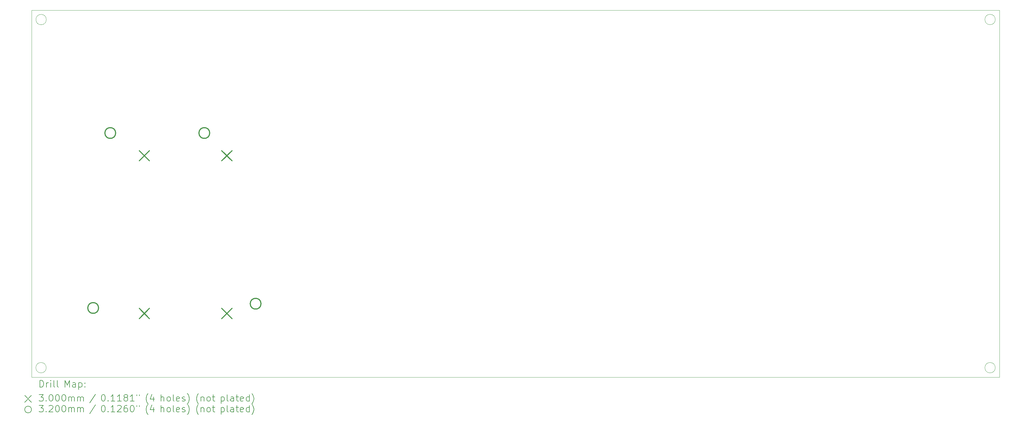
<source format=gbr>
%TF.GenerationSoftware,KiCad,Pcbnew,(7.0.0)*%
%TF.CreationDate,2023-03-13T22:43:29-04:00*%
%TF.ProjectId,luminator,6c756d69-6e61-4746-9f72-2e6b69636164,rev?*%
%TF.SameCoordinates,Original*%
%TF.FileFunction,Drillmap*%
%TF.FilePolarity,Positive*%
%FSLAX45Y45*%
G04 Gerber Fmt 4.5, Leading zero omitted, Abs format (unit mm)*
G04 Created by KiCad (PCBNEW (7.0.0)) date 2023-03-13 22:43:29*
%MOMM*%
%LPD*%
G01*
G04 APERTURE LIST*
%ADD10C,0.100000*%
%ADD11C,0.200000*%
%ADD12C,0.300000*%
%ADD13C,0.320000*%
G04 APERTURE END LIST*
D10*
X32209302Y-2159000D02*
G75*
G03*
X32209302Y-2159000I-154502J0D01*
G01*
X32209302Y-12522200D02*
G75*
G03*
X32209302Y-12522200I-154502J0D01*
G01*
X4017404Y-2161102D02*
G75*
G03*
X4017404Y-2161102I-154502J0D01*
G01*
X3581400Y-1879600D02*
X32334200Y-1879600D01*
X32334200Y-1879600D02*
X32334200Y-12801600D01*
X32334200Y-12801600D02*
X3581400Y-12801600D01*
X3581400Y-12801600D02*
X3581400Y-1879600D01*
X4015302Y-12522200D02*
G75*
G03*
X4015302Y-12522200I-154502J0D01*
G01*
D11*
D12*
X6780400Y-6062300D02*
X7080400Y-6362300D01*
X7080400Y-6062300D02*
X6780400Y-6362300D01*
X6780400Y-10757300D02*
X7080400Y-11057300D01*
X7080400Y-10757300D02*
X6780400Y-11057300D01*
X9231400Y-6062300D02*
X9531400Y-6362300D01*
X9531400Y-6062300D02*
X9231400Y-6362300D01*
X9231400Y-10757300D02*
X9531400Y-11057300D01*
X9531400Y-10757300D02*
X9231400Y-11057300D01*
D13*
X5570200Y-10744200D02*
G75*
G03*
X5570200Y-10744200I-160000J0D01*
G01*
X6078200Y-5537200D02*
G75*
G03*
X6078200Y-5537200I-160000J0D01*
G01*
X8872200Y-5537200D02*
G75*
G03*
X8872200Y-5537200I-160000J0D01*
G01*
X10396200Y-10617200D02*
G75*
G03*
X10396200Y-10617200I-160000J0D01*
G01*
D11*
X3824019Y-13100076D02*
X3824019Y-12900076D01*
X3824019Y-12900076D02*
X3871638Y-12900076D01*
X3871638Y-12900076D02*
X3900209Y-12909600D01*
X3900209Y-12909600D02*
X3919257Y-12928648D01*
X3919257Y-12928648D02*
X3928781Y-12947695D01*
X3928781Y-12947695D02*
X3938305Y-12985790D01*
X3938305Y-12985790D02*
X3938305Y-13014362D01*
X3938305Y-13014362D02*
X3928781Y-13052457D01*
X3928781Y-13052457D02*
X3919257Y-13071505D01*
X3919257Y-13071505D02*
X3900209Y-13090552D01*
X3900209Y-13090552D02*
X3871638Y-13100076D01*
X3871638Y-13100076D02*
X3824019Y-13100076D01*
X4024019Y-13100076D02*
X4024019Y-12966743D01*
X4024019Y-13004838D02*
X4033543Y-12985790D01*
X4033543Y-12985790D02*
X4043067Y-12976267D01*
X4043067Y-12976267D02*
X4062114Y-12966743D01*
X4062114Y-12966743D02*
X4081162Y-12966743D01*
X4147828Y-13100076D02*
X4147828Y-12966743D01*
X4147828Y-12900076D02*
X4138305Y-12909600D01*
X4138305Y-12909600D02*
X4147828Y-12919124D01*
X4147828Y-12919124D02*
X4157352Y-12909600D01*
X4157352Y-12909600D02*
X4147828Y-12900076D01*
X4147828Y-12900076D02*
X4147828Y-12919124D01*
X4271638Y-13100076D02*
X4252590Y-13090552D01*
X4252590Y-13090552D02*
X4243067Y-13071505D01*
X4243067Y-13071505D02*
X4243067Y-12900076D01*
X4376400Y-13100076D02*
X4357352Y-13090552D01*
X4357352Y-13090552D02*
X4347829Y-13071505D01*
X4347829Y-13071505D02*
X4347829Y-12900076D01*
X4572590Y-13100076D02*
X4572590Y-12900076D01*
X4572590Y-12900076D02*
X4639257Y-13042933D01*
X4639257Y-13042933D02*
X4705924Y-12900076D01*
X4705924Y-12900076D02*
X4705924Y-13100076D01*
X4886876Y-13100076D02*
X4886876Y-12995314D01*
X4886876Y-12995314D02*
X4877352Y-12976267D01*
X4877352Y-12976267D02*
X4858305Y-12966743D01*
X4858305Y-12966743D02*
X4820209Y-12966743D01*
X4820209Y-12966743D02*
X4801162Y-12976267D01*
X4886876Y-13090552D02*
X4867829Y-13100076D01*
X4867829Y-13100076D02*
X4820209Y-13100076D01*
X4820209Y-13100076D02*
X4801162Y-13090552D01*
X4801162Y-13090552D02*
X4791638Y-13071505D01*
X4791638Y-13071505D02*
X4791638Y-13052457D01*
X4791638Y-13052457D02*
X4801162Y-13033409D01*
X4801162Y-13033409D02*
X4820209Y-13023886D01*
X4820209Y-13023886D02*
X4867829Y-13023886D01*
X4867829Y-13023886D02*
X4886876Y-13014362D01*
X4982114Y-12966743D02*
X4982114Y-13166743D01*
X4982114Y-12976267D02*
X5001162Y-12966743D01*
X5001162Y-12966743D02*
X5039257Y-12966743D01*
X5039257Y-12966743D02*
X5058305Y-12976267D01*
X5058305Y-12976267D02*
X5067829Y-12985790D01*
X5067829Y-12985790D02*
X5077352Y-13004838D01*
X5077352Y-13004838D02*
X5077352Y-13061981D01*
X5077352Y-13061981D02*
X5067829Y-13081028D01*
X5067829Y-13081028D02*
X5058305Y-13090552D01*
X5058305Y-13090552D02*
X5039257Y-13100076D01*
X5039257Y-13100076D02*
X5001162Y-13100076D01*
X5001162Y-13100076D02*
X4982114Y-13090552D01*
X5163067Y-13081028D02*
X5172590Y-13090552D01*
X5172590Y-13090552D02*
X5163067Y-13100076D01*
X5163067Y-13100076D02*
X5153543Y-13090552D01*
X5153543Y-13090552D02*
X5163067Y-13081028D01*
X5163067Y-13081028D02*
X5163067Y-13100076D01*
X5163067Y-12976267D02*
X5172590Y-12985790D01*
X5172590Y-12985790D02*
X5163067Y-12995314D01*
X5163067Y-12995314D02*
X5153543Y-12985790D01*
X5153543Y-12985790D02*
X5163067Y-12976267D01*
X5163067Y-12976267D02*
X5163067Y-12995314D01*
X3376400Y-13346600D02*
X3576400Y-13546600D01*
X3576400Y-13346600D02*
X3376400Y-13546600D01*
X3804971Y-13320076D02*
X3928781Y-13320076D01*
X3928781Y-13320076D02*
X3862114Y-13396267D01*
X3862114Y-13396267D02*
X3890686Y-13396267D01*
X3890686Y-13396267D02*
X3909733Y-13405790D01*
X3909733Y-13405790D02*
X3919257Y-13415314D01*
X3919257Y-13415314D02*
X3928781Y-13434362D01*
X3928781Y-13434362D02*
X3928781Y-13481981D01*
X3928781Y-13481981D02*
X3919257Y-13501028D01*
X3919257Y-13501028D02*
X3909733Y-13510552D01*
X3909733Y-13510552D02*
X3890686Y-13520076D01*
X3890686Y-13520076D02*
X3833543Y-13520076D01*
X3833543Y-13520076D02*
X3814495Y-13510552D01*
X3814495Y-13510552D02*
X3804971Y-13501028D01*
X4014495Y-13501028D02*
X4024019Y-13510552D01*
X4024019Y-13510552D02*
X4014495Y-13520076D01*
X4014495Y-13520076D02*
X4004971Y-13510552D01*
X4004971Y-13510552D02*
X4014495Y-13501028D01*
X4014495Y-13501028D02*
X4014495Y-13520076D01*
X4147828Y-13320076D02*
X4166876Y-13320076D01*
X4166876Y-13320076D02*
X4185924Y-13329600D01*
X4185924Y-13329600D02*
X4195448Y-13339124D01*
X4195448Y-13339124D02*
X4204971Y-13358171D01*
X4204971Y-13358171D02*
X4214495Y-13396267D01*
X4214495Y-13396267D02*
X4214495Y-13443886D01*
X4214495Y-13443886D02*
X4204971Y-13481981D01*
X4204971Y-13481981D02*
X4195448Y-13501028D01*
X4195448Y-13501028D02*
X4185924Y-13510552D01*
X4185924Y-13510552D02*
X4166876Y-13520076D01*
X4166876Y-13520076D02*
X4147828Y-13520076D01*
X4147828Y-13520076D02*
X4128781Y-13510552D01*
X4128781Y-13510552D02*
X4119257Y-13501028D01*
X4119257Y-13501028D02*
X4109733Y-13481981D01*
X4109733Y-13481981D02*
X4100209Y-13443886D01*
X4100209Y-13443886D02*
X4100209Y-13396267D01*
X4100209Y-13396267D02*
X4109733Y-13358171D01*
X4109733Y-13358171D02*
X4119257Y-13339124D01*
X4119257Y-13339124D02*
X4128781Y-13329600D01*
X4128781Y-13329600D02*
X4147828Y-13320076D01*
X4338305Y-13320076D02*
X4357352Y-13320076D01*
X4357352Y-13320076D02*
X4376400Y-13329600D01*
X4376400Y-13329600D02*
X4385924Y-13339124D01*
X4385924Y-13339124D02*
X4395448Y-13358171D01*
X4395448Y-13358171D02*
X4404971Y-13396267D01*
X4404971Y-13396267D02*
X4404971Y-13443886D01*
X4404971Y-13443886D02*
X4395448Y-13481981D01*
X4395448Y-13481981D02*
X4385924Y-13501028D01*
X4385924Y-13501028D02*
X4376400Y-13510552D01*
X4376400Y-13510552D02*
X4357352Y-13520076D01*
X4357352Y-13520076D02*
X4338305Y-13520076D01*
X4338305Y-13520076D02*
X4319257Y-13510552D01*
X4319257Y-13510552D02*
X4309733Y-13501028D01*
X4309733Y-13501028D02*
X4300210Y-13481981D01*
X4300210Y-13481981D02*
X4290686Y-13443886D01*
X4290686Y-13443886D02*
X4290686Y-13396267D01*
X4290686Y-13396267D02*
X4300210Y-13358171D01*
X4300210Y-13358171D02*
X4309733Y-13339124D01*
X4309733Y-13339124D02*
X4319257Y-13329600D01*
X4319257Y-13329600D02*
X4338305Y-13320076D01*
X4528781Y-13320076D02*
X4547829Y-13320076D01*
X4547829Y-13320076D02*
X4566876Y-13329600D01*
X4566876Y-13329600D02*
X4576400Y-13339124D01*
X4576400Y-13339124D02*
X4585924Y-13358171D01*
X4585924Y-13358171D02*
X4595448Y-13396267D01*
X4595448Y-13396267D02*
X4595448Y-13443886D01*
X4595448Y-13443886D02*
X4585924Y-13481981D01*
X4585924Y-13481981D02*
X4576400Y-13501028D01*
X4576400Y-13501028D02*
X4566876Y-13510552D01*
X4566876Y-13510552D02*
X4547829Y-13520076D01*
X4547829Y-13520076D02*
X4528781Y-13520076D01*
X4528781Y-13520076D02*
X4509733Y-13510552D01*
X4509733Y-13510552D02*
X4500210Y-13501028D01*
X4500210Y-13501028D02*
X4490686Y-13481981D01*
X4490686Y-13481981D02*
X4481162Y-13443886D01*
X4481162Y-13443886D02*
X4481162Y-13396267D01*
X4481162Y-13396267D02*
X4490686Y-13358171D01*
X4490686Y-13358171D02*
X4500210Y-13339124D01*
X4500210Y-13339124D02*
X4509733Y-13329600D01*
X4509733Y-13329600D02*
X4528781Y-13320076D01*
X4681162Y-13520076D02*
X4681162Y-13386743D01*
X4681162Y-13405790D02*
X4690686Y-13396267D01*
X4690686Y-13396267D02*
X4709733Y-13386743D01*
X4709733Y-13386743D02*
X4738305Y-13386743D01*
X4738305Y-13386743D02*
X4757352Y-13396267D01*
X4757352Y-13396267D02*
X4766876Y-13415314D01*
X4766876Y-13415314D02*
X4766876Y-13520076D01*
X4766876Y-13415314D02*
X4776400Y-13396267D01*
X4776400Y-13396267D02*
X4795448Y-13386743D01*
X4795448Y-13386743D02*
X4824019Y-13386743D01*
X4824019Y-13386743D02*
X4843067Y-13396267D01*
X4843067Y-13396267D02*
X4852591Y-13415314D01*
X4852591Y-13415314D02*
X4852591Y-13520076D01*
X4947829Y-13520076D02*
X4947829Y-13386743D01*
X4947829Y-13405790D02*
X4957352Y-13396267D01*
X4957352Y-13396267D02*
X4976400Y-13386743D01*
X4976400Y-13386743D02*
X5004972Y-13386743D01*
X5004972Y-13386743D02*
X5024019Y-13396267D01*
X5024019Y-13396267D02*
X5033543Y-13415314D01*
X5033543Y-13415314D02*
X5033543Y-13520076D01*
X5033543Y-13415314D02*
X5043067Y-13396267D01*
X5043067Y-13396267D02*
X5062114Y-13386743D01*
X5062114Y-13386743D02*
X5090686Y-13386743D01*
X5090686Y-13386743D02*
X5109733Y-13396267D01*
X5109733Y-13396267D02*
X5119257Y-13415314D01*
X5119257Y-13415314D02*
X5119257Y-13520076D01*
X5477352Y-13310552D02*
X5305924Y-13567695D01*
X5702114Y-13320076D02*
X5721162Y-13320076D01*
X5721162Y-13320076D02*
X5740210Y-13329600D01*
X5740210Y-13329600D02*
X5749733Y-13339124D01*
X5749733Y-13339124D02*
X5759257Y-13358171D01*
X5759257Y-13358171D02*
X5768781Y-13396267D01*
X5768781Y-13396267D02*
X5768781Y-13443886D01*
X5768781Y-13443886D02*
X5759257Y-13481981D01*
X5759257Y-13481981D02*
X5749733Y-13501028D01*
X5749733Y-13501028D02*
X5740210Y-13510552D01*
X5740210Y-13510552D02*
X5721162Y-13520076D01*
X5721162Y-13520076D02*
X5702114Y-13520076D01*
X5702114Y-13520076D02*
X5683067Y-13510552D01*
X5683067Y-13510552D02*
X5673543Y-13501028D01*
X5673543Y-13501028D02*
X5664019Y-13481981D01*
X5664019Y-13481981D02*
X5654495Y-13443886D01*
X5654495Y-13443886D02*
X5654495Y-13396267D01*
X5654495Y-13396267D02*
X5664019Y-13358171D01*
X5664019Y-13358171D02*
X5673543Y-13339124D01*
X5673543Y-13339124D02*
X5683067Y-13329600D01*
X5683067Y-13329600D02*
X5702114Y-13320076D01*
X5854495Y-13501028D02*
X5864019Y-13510552D01*
X5864019Y-13510552D02*
X5854495Y-13520076D01*
X5854495Y-13520076D02*
X5844971Y-13510552D01*
X5844971Y-13510552D02*
X5854495Y-13501028D01*
X5854495Y-13501028D02*
X5854495Y-13520076D01*
X6054495Y-13520076D02*
X5940210Y-13520076D01*
X5997352Y-13520076D02*
X5997352Y-13320076D01*
X5997352Y-13320076D02*
X5978305Y-13348648D01*
X5978305Y-13348648D02*
X5959257Y-13367695D01*
X5959257Y-13367695D02*
X5940210Y-13377219D01*
X6244971Y-13520076D02*
X6130686Y-13520076D01*
X6187829Y-13520076D02*
X6187829Y-13320076D01*
X6187829Y-13320076D02*
X6168781Y-13348648D01*
X6168781Y-13348648D02*
X6149733Y-13367695D01*
X6149733Y-13367695D02*
X6130686Y-13377219D01*
X6359257Y-13405790D02*
X6340210Y-13396267D01*
X6340210Y-13396267D02*
X6330686Y-13386743D01*
X6330686Y-13386743D02*
X6321162Y-13367695D01*
X6321162Y-13367695D02*
X6321162Y-13358171D01*
X6321162Y-13358171D02*
X6330686Y-13339124D01*
X6330686Y-13339124D02*
X6340210Y-13329600D01*
X6340210Y-13329600D02*
X6359257Y-13320076D01*
X6359257Y-13320076D02*
X6397352Y-13320076D01*
X6397352Y-13320076D02*
X6416400Y-13329600D01*
X6416400Y-13329600D02*
X6425924Y-13339124D01*
X6425924Y-13339124D02*
X6435448Y-13358171D01*
X6435448Y-13358171D02*
X6435448Y-13367695D01*
X6435448Y-13367695D02*
X6425924Y-13386743D01*
X6425924Y-13386743D02*
X6416400Y-13396267D01*
X6416400Y-13396267D02*
X6397352Y-13405790D01*
X6397352Y-13405790D02*
X6359257Y-13405790D01*
X6359257Y-13405790D02*
X6340210Y-13415314D01*
X6340210Y-13415314D02*
X6330686Y-13424838D01*
X6330686Y-13424838D02*
X6321162Y-13443886D01*
X6321162Y-13443886D02*
X6321162Y-13481981D01*
X6321162Y-13481981D02*
X6330686Y-13501028D01*
X6330686Y-13501028D02*
X6340210Y-13510552D01*
X6340210Y-13510552D02*
X6359257Y-13520076D01*
X6359257Y-13520076D02*
X6397352Y-13520076D01*
X6397352Y-13520076D02*
X6416400Y-13510552D01*
X6416400Y-13510552D02*
X6425924Y-13501028D01*
X6425924Y-13501028D02*
X6435448Y-13481981D01*
X6435448Y-13481981D02*
X6435448Y-13443886D01*
X6435448Y-13443886D02*
X6425924Y-13424838D01*
X6425924Y-13424838D02*
X6416400Y-13415314D01*
X6416400Y-13415314D02*
X6397352Y-13405790D01*
X6625924Y-13520076D02*
X6511638Y-13520076D01*
X6568781Y-13520076D02*
X6568781Y-13320076D01*
X6568781Y-13320076D02*
X6549733Y-13348648D01*
X6549733Y-13348648D02*
X6530686Y-13367695D01*
X6530686Y-13367695D02*
X6511638Y-13377219D01*
X6702114Y-13320076D02*
X6702114Y-13358171D01*
X6778305Y-13320076D02*
X6778305Y-13358171D01*
X7041162Y-13596267D02*
X7031638Y-13586743D01*
X7031638Y-13586743D02*
X7012591Y-13558171D01*
X7012591Y-13558171D02*
X7003067Y-13539124D01*
X7003067Y-13539124D02*
X6993543Y-13510552D01*
X6993543Y-13510552D02*
X6984019Y-13462933D01*
X6984019Y-13462933D02*
X6984019Y-13424838D01*
X6984019Y-13424838D02*
X6993543Y-13377219D01*
X6993543Y-13377219D02*
X7003067Y-13348648D01*
X7003067Y-13348648D02*
X7012591Y-13329600D01*
X7012591Y-13329600D02*
X7031638Y-13301028D01*
X7031638Y-13301028D02*
X7041162Y-13291505D01*
X7203067Y-13386743D02*
X7203067Y-13520076D01*
X7155448Y-13310552D02*
X7107829Y-13453409D01*
X7107829Y-13453409D02*
X7231638Y-13453409D01*
X7427829Y-13520076D02*
X7427829Y-13320076D01*
X7513543Y-13520076D02*
X7513543Y-13415314D01*
X7513543Y-13415314D02*
X7504019Y-13396267D01*
X7504019Y-13396267D02*
X7484972Y-13386743D01*
X7484972Y-13386743D02*
X7456400Y-13386743D01*
X7456400Y-13386743D02*
X7437352Y-13396267D01*
X7437352Y-13396267D02*
X7427829Y-13405790D01*
X7637352Y-13520076D02*
X7618305Y-13510552D01*
X7618305Y-13510552D02*
X7608781Y-13501028D01*
X7608781Y-13501028D02*
X7599257Y-13481981D01*
X7599257Y-13481981D02*
X7599257Y-13424838D01*
X7599257Y-13424838D02*
X7608781Y-13405790D01*
X7608781Y-13405790D02*
X7618305Y-13396267D01*
X7618305Y-13396267D02*
X7637352Y-13386743D01*
X7637352Y-13386743D02*
X7665924Y-13386743D01*
X7665924Y-13386743D02*
X7684972Y-13396267D01*
X7684972Y-13396267D02*
X7694495Y-13405790D01*
X7694495Y-13405790D02*
X7704019Y-13424838D01*
X7704019Y-13424838D02*
X7704019Y-13481981D01*
X7704019Y-13481981D02*
X7694495Y-13501028D01*
X7694495Y-13501028D02*
X7684972Y-13510552D01*
X7684972Y-13510552D02*
X7665924Y-13520076D01*
X7665924Y-13520076D02*
X7637352Y-13520076D01*
X7818305Y-13520076D02*
X7799257Y-13510552D01*
X7799257Y-13510552D02*
X7789733Y-13491505D01*
X7789733Y-13491505D02*
X7789733Y-13320076D01*
X7970686Y-13510552D02*
X7951638Y-13520076D01*
X7951638Y-13520076D02*
X7913543Y-13520076D01*
X7913543Y-13520076D02*
X7894495Y-13510552D01*
X7894495Y-13510552D02*
X7884972Y-13491505D01*
X7884972Y-13491505D02*
X7884972Y-13415314D01*
X7884972Y-13415314D02*
X7894495Y-13396267D01*
X7894495Y-13396267D02*
X7913543Y-13386743D01*
X7913543Y-13386743D02*
X7951638Y-13386743D01*
X7951638Y-13386743D02*
X7970686Y-13396267D01*
X7970686Y-13396267D02*
X7980210Y-13415314D01*
X7980210Y-13415314D02*
X7980210Y-13434362D01*
X7980210Y-13434362D02*
X7884972Y-13453409D01*
X8056400Y-13510552D02*
X8075448Y-13520076D01*
X8075448Y-13520076D02*
X8113543Y-13520076D01*
X8113543Y-13520076D02*
X8132591Y-13510552D01*
X8132591Y-13510552D02*
X8142114Y-13491505D01*
X8142114Y-13491505D02*
X8142114Y-13481981D01*
X8142114Y-13481981D02*
X8132591Y-13462933D01*
X8132591Y-13462933D02*
X8113543Y-13453409D01*
X8113543Y-13453409D02*
X8084972Y-13453409D01*
X8084972Y-13453409D02*
X8065924Y-13443886D01*
X8065924Y-13443886D02*
X8056400Y-13424838D01*
X8056400Y-13424838D02*
X8056400Y-13415314D01*
X8056400Y-13415314D02*
X8065924Y-13396267D01*
X8065924Y-13396267D02*
X8084972Y-13386743D01*
X8084972Y-13386743D02*
X8113543Y-13386743D01*
X8113543Y-13386743D02*
X8132591Y-13396267D01*
X8208781Y-13596267D02*
X8218305Y-13586743D01*
X8218305Y-13586743D02*
X8237353Y-13558171D01*
X8237353Y-13558171D02*
X8246876Y-13539124D01*
X8246876Y-13539124D02*
X8256400Y-13510552D01*
X8256400Y-13510552D02*
X8265924Y-13462933D01*
X8265924Y-13462933D02*
X8265924Y-13424838D01*
X8265924Y-13424838D02*
X8256400Y-13377219D01*
X8256400Y-13377219D02*
X8246876Y-13348648D01*
X8246876Y-13348648D02*
X8237353Y-13329600D01*
X8237353Y-13329600D02*
X8218305Y-13301028D01*
X8218305Y-13301028D02*
X8208781Y-13291505D01*
X8538305Y-13596267D02*
X8528781Y-13586743D01*
X8528781Y-13586743D02*
X8509734Y-13558171D01*
X8509734Y-13558171D02*
X8500210Y-13539124D01*
X8500210Y-13539124D02*
X8490686Y-13510552D01*
X8490686Y-13510552D02*
X8481162Y-13462933D01*
X8481162Y-13462933D02*
X8481162Y-13424838D01*
X8481162Y-13424838D02*
X8490686Y-13377219D01*
X8490686Y-13377219D02*
X8500210Y-13348648D01*
X8500210Y-13348648D02*
X8509734Y-13329600D01*
X8509734Y-13329600D02*
X8528781Y-13301028D01*
X8528781Y-13301028D02*
X8538305Y-13291505D01*
X8614495Y-13386743D02*
X8614495Y-13520076D01*
X8614495Y-13405790D02*
X8624019Y-13396267D01*
X8624019Y-13396267D02*
X8643067Y-13386743D01*
X8643067Y-13386743D02*
X8671638Y-13386743D01*
X8671638Y-13386743D02*
X8690686Y-13396267D01*
X8690686Y-13396267D02*
X8700210Y-13415314D01*
X8700210Y-13415314D02*
X8700210Y-13520076D01*
X8824019Y-13520076D02*
X8804972Y-13510552D01*
X8804972Y-13510552D02*
X8795448Y-13501028D01*
X8795448Y-13501028D02*
X8785924Y-13481981D01*
X8785924Y-13481981D02*
X8785924Y-13424838D01*
X8785924Y-13424838D02*
X8795448Y-13405790D01*
X8795448Y-13405790D02*
X8804972Y-13396267D01*
X8804972Y-13396267D02*
X8824019Y-13386743D01*
X8824019Y-13386743D02*
X8852591Y-13386743D01*
X8852591Y-13386743D02*
X8871638Y-13396267D01*
X8871638Y-13396267D02*
X8881162Y-13405790D01*
X8881162Y-13405790D02*
X8890686Y-13424838D01*
X8890686Y-13424838D02*
X8890686Y-13481981D01*
X8890686Y-13481981D02*
X8881162Y-13501028D01*
X8881162Y-13501028D02*
X8871638Y-13510552D01*
X8871638Y-13510552D02*
X8852591Y-13520076D01*
X8852591Y-13520076D02*
X8824019Y-13520076D01*
X8947829Y-13386743D02*
X9024019Y-13386743D01*
X8976400Y-13320076D02*
X8976400Y-13491505D01*
X8976400Y-13491505D02*
X8985924Y-13510552D01*
X8985924Y-13510552D02*
X9004972Y-13520076D01*
X9004972Y-13520076D02*
X9024019Y-13520076D01*
X9210686Y-13386743D02*
X9210686Y-13586743D01*
X9210686Y-13396267D02*
X9229734Y-13386743D01*
X9229734Y-13386743D02*
X9267829Y-13386743D01*
X9267829Y-13386743D02*
X9286876Y-13396267D01*
X9286876Y-13396267D02*
X9296400Y-13405790D01*
X9296400Y-13405790D02*
X9305924Y-13424838D01*
X9305924Y-13424838D02*
X9305924Y-13481981D01*
X9305924Y-13481981D02*
X9296400Y-13501028D01*
X9296400Y-13501028D02*
X9286876Y-13510552D01*
X9286876Y-13510552D02*
X9267829Y-13520076D01*
X9267829Y-13520076D02*
X9229734Y-13520076D01*
X9229734Y-13520076D02*
X9210686Y-13510552D01*
X9420210Y-13520076D02*
X9401162Y-13510552D01*
X9401162Y-13510552D02*
X9391638Y-13491505D01*
X9391638Y-13491505D02*
X9391638Y-13320076D01*
X9582115Y-13520076D02*
X9582115Y-13415314D01*
X9582115Y-13415314D02*
X9572591Y-13396267D01*
X9572591Y-13396267D02*
X9553543Y-13386743D01*
X9553543Y-13386743D02*
X9515448Y-13386743D01*
X9515448Y-13386743D02*
X9496400Y-13396267D01*
X9582115Y-13510552D02*
X9563067Y-13520076D01*
X9563067Y-13520076D02*
X9515448Y-13520076D01*
X9515448Y-13520076D02*
X9496400Y-13510552D01*
X9496400Y-13510552D02*
X9486876Y-13491505D01*
X9486876Y-13491505D02*
X9486876Y-13472457D01*
X9486876Y-13472457D02*
X9496400Y-13453409D01*
X9496400Y-13453409D02*
X9515448Y-13443886D01*
X9515448Y-13443886D02*
X9563067Y-13443886D01*
X9563067Y-13443886D02*
X9582115Y-13434362D01*
X9648781Y-13386743D02*
X9724972Y-13386743D01*
X9677353Y-13320076D02*
X9677353Y-13491505D01*
X9677353Y-13491505D02*
X9686876Y-13510552D01*
X9686876Y-13510552D02*
X9705924Y-13520076D01*
X9705924Y-13520076D02*
X9724972Y-13520076D01*
X9867829Y-13510552D02*
X9848781Y-13520076D01*
X9848781Y-13520076D02*
X9810686Y-13520076D01*
X9810686Y-13520076D02*
X9791638Y-13510552D01*
X9791638Y-13510552D02*
X9782115Y-13491505D01*
X9782115Y-13491505D02*
X9782115Y-13415314D01*
X9782115Y-13415314D02*
X9791638Y-13396267D01*
X9791638Y-13396267D02*
X9810686Y-13386743D01*
X9810686Y-13386743D02*
X9848781Y-13386743D01*
X9848781Y-13386743D02*
X9867829Y-13396267D01*
X9867829Y-13396267D02*
X9877353Y-13415314D01*
X9877353Y-13415314D02*
X9877353Y-13434362D01*
X9877353Y-13434362D02*
X9782115Y-13453409D01*
X10048781Y-13520076D02*
X10048781Y-13320076D01*
X10048781Y-13510552D02*
X10029734Y-13520076D01*
X10029734Y-13520076D02*
X9991638Y-13520076D01*
X9991638Y-13520076D02*
X9972591Y-13510552D01*
X9972591Y-13510552D02*
X9963067Y-13501028D01*
X9963067Y-13501028D02*
X9953543Y-13481981D01*
X9953543Y-13481981D02*
X9953543Y-13424838D01*
X9953543Y-13424838D02*
X9963067Y-13405790D01*
X9963067Y-13405790D02*
X9972591Y-13396267D01*
X9972591Y-13396267D02*
X9991638Y-13386743D01*
X9991638Y-13386743D02*
X10029734Y-13386743D01*
X10029734Y-13386743D02*
X10048781Y-13396267D01*
X10124972Y-13596267D02*
X10134496Y-13586743D01*
X10134496Y-13586743D02*
X10153543Y-13558171D01*
X10153543Y-13558171D02*
X10163067Y-13539124D01*
X10163067Y-13539124D02*
X10172591Y-13510552D01*
X10172591Y-13510552D02*
X10182115Y-13462933D01*
X10182115Y-13462933D02*
X10182115Y-13424838D01*
X10182115Y-13424838D02*
X10172591Y-13377219D01*
X10172591Y-13377219D02*
X10163067Y-13348648D01*
X10163067Y-13348648D02*
X10153543Y-13329600D01*
X10153543Y-13329600D02*
X10134496Y-13301028D01*
X10134496Y-13301028D02*
X10124972Y-13291505D01*
X3576400Y-13766600D02*
G75*
G03*
X3576400Y-13766600I-100000J0D01*
G01*
X3804971Y-13640076D02*
X3928781Y-13640076D01*
X3928781Y-13640076D02*
X3862114Y-13716267D01*
X3862114Y-13716267D02*
X3890686Y-13716267D01*
X3890686Y-13716267D02*
X3909733Y-13725790D01*
X3909733Y-13725790D02*
X3919257Y-13735314D01*
X3919257Y-13735314D02*
X3928781Y-13754362D01*
X3928781Y-13754362D02*
X3928781Y-13801981D01*
X3928781Y-13801981D02*
X3919257Y-13821028D01*
X3919257Y-13821028D02*
X3909733Y-13830552D01*
X3909733Y-13830552D02*
X3890686Y-13840076D01*
X3890686Y-13840076D02*
X3833543Y-13840076D01*
X3833543Y-13840076D02*
X3814495Y-13830552D01*
X3814495Y-13830552D02*
X3804971Y-13821028D01*
X4014495Y-13821028D02*
X4024019Y-13830552D01*
X4024019Y-13830552D02*
X4014495Y-13840076D01*
X4014495Y-13840076D02*
X4004971Y-13830552D01*
X4004971Y-13830552D02*
X4014495Y-13821028D01*
X4014495Y-13821028D02*
X4014495Y-13840076D01*
X4100209Y-13659124D02*
X4109733Y-13649600D01*
X4109733Y-13649600D02*
X4128781Y-13640076D01*
X4128781Y-13640076D02*
X4176400Y-13640076D01*
X4176400Y-13640076D02*
X4195448Y-13649600D01*
X4195448Y-13649600D02*
X4204971Y-13659124D01*
X4204971Y-13659124D02*
X4214495Y-13678171D01*
X4214495Y-13678171D02*
X4214495Y-13697219D01*
X4214495Y-13697219D02*
X4204971Y-13725790D01*
X4204971Y-13725790D02*
X4090686Y-13840076D01*
X4090686Y-13840076D02*
X4214495Y-13840076D01*
X4338305Y-13640076D02*
X4357352Y-13640076D01*
X4357352Y-13640076D02*
X4376400Y-13649600D01*
X4376400Y-13649600D02*
X4385924Y-13659124D01*
X4385924Y-13659124D02*
X4395448Y-13678171D01*
X4395448Y-13678171D02*
X4404971Y-13716267D01*
X4404971Y-13716267D02*
X4404971Y-13763886D01*
X4404971Y-13763886D02*
X4395448Y-13801981D01*
X4395448Y-13801981D02*
X4385924Y-13821028D01*
X4385924Y-13821028D02*
X4376400Y-13830552D01*
X4376400Y-13830552D02*
X4357352Y-13840076D01*
X4357352Y-13840076D02*
X4338305Y-13840076D01*
X4338305Y-13840076D02*
X4319257Y-13830552D01*
X4319257Y-13830552D02*
X4309733Y-13821028D01*
X4309733Y-13821028D02*
X4300210Y-13801981D01*
X4300210Y-13801981D02*
X4290686Y-13763886D01*
X4290686Y-13763886D02*
X4290686Y-13716267D01*
X4290686Y-13716267D02*
X4300210Y-13678171D01*
X4300210Y-13678171D02*
X4309733Y-13659124D01*
X4309733Y-13659124D02*
X4319257Y-13649600D01*
X4319257Y-13649600D02*
X4338305Y-13640076D01*
X4528781Y-13640076D02*
X4547829Y-13640076D01*
X4547829Y-13640076D02*
X4566876Y-13649600D01*
X4566876Y-13649600D02*
X4576400Y-13659124D01*
X4576400Y-13659124D02*
X4585924Y-13678171D01*
X4585924Y-13678171D02*
X4595448Y-13716267D01*
X4595448Y-13716267D02*
X4595448Y-13763886D01*
X4595448Y-13763886D02*
X4585924Y-13801981D01*
X4585924Y-13801981D02*
X4576400Y-13821028D01*
X4576400Y-13821028D02*
X4566876Y-13830552D01*
X4566876Y-13830552D02*
X4547829Y-13840076D01*
X4547829Y-13840076D02*
X4528781Y-13840076D01*
X4528781Y-13840076D02*
X4509733Y-13830552D01*
X4509733Y-13830552D02*
X4500210Y-13821028D01*
X4500210Y-13821028D02*
X4490686Y-13801981D01*
X4490686Y-13801981D02*
X4481162Y-13763886D01*
X4481162Y-13763886D02*
X4481162Y-13716267D01*
X4481162Y-13716267D02*
X4490686Y-13678171D01*
X4490686Y-13678171D02*
X4500210Y-13659124D01*
X4500210Y-13659124D02*
X4509733Y-13649600D01*
X4509733Y-13649600D02*
X4528781Y-13640076D01*
X4681162Y-13840076D02*
X4681162Y-13706743D01*
X4681162Y-13725790D02*
X4690686Y-13716267D01*
X4690686Y-13716267D02*
X4709733Y-13706743D01*
X4709733Y-13706743D02*
X4738305Y-13706743D01*
X4738305Y-13706743D02*
X4757352Y-13716267D01*
X4757352Y-13716267D02*
X4766876Y-13735314D01*
X4766876Y-13735314D02*
X4766876Y-13840076D01*
X4766876Y-13735314D02*
X4776400Y-13716267D01*
X4776400Y-13716267D02*
X4795448Y-13706743D01*
X4795448Y-13706743D02*
X4824019Y-13706743D01*
X4824019Y-13706743D02*
X4843067Y-13716267D01*
X4843067Y-13716267D02*
X4852591Y-13735314D01*
X4852591Y-13735314D02*
X4852591Y-13840076D01*
X4947829Y-13840076D02*
X4947829Y-13706743D01*
X4947829Y-13725790D02*
X4957352Y-13716267D01*
X4957352Y-13716267D02*
X4976400Y-13706743D01*
X4976400Y-13706743D02*
X5004972Y-13706743D01*
X5004972Y-13706743D02*
X5024019Y-13716267D01*
X5024019Y-13716267D02*
X5033543Y-13735314D01*
X5033543Y-13735314D02*
X5033543Y-13840076D01*
X5033543Y-13735314D02*
X5043067Y-13716267D01*
X5043067Y-13716267D02*
X5062114Y-13706743D01*
X5062114Y-13706743D02*
X5090686Y-13706743D01*
X5090686Y-13706743D02*
X5109733Y-13716267D01*
X5109733Y-13716267D02*
X5119257Y-13735314D01*
X5119257Y-13735314D02*
X5119257Y-13840076D01*
X5477352Y-13630552D02*
X5305924Y-13887695D01*
X5702114Y-13640076D02*
X5721162Y-13640076D01*
X5721162Y-13640076D02*
X5740210Y-13649600D01*
X5740210Y-13649600D02*
X5749733Y-13659124D01*
X5749733Y-13659124D02*
X5759257Y-13678171D01*
X5759257Y-13678171D02*
X5768781Y-13716267D01*
X5768781Y-13716267D02*
X5768781Y-13763886D01*
X5768781Y-13763886D02*
X5759257Y-13801981D01*
X5759257Y-13801981D02*
X5749733Y-13821028D01*
X5749733Y-13821028D02*
X5740210Y-13830552D01*
X5740210Y-13830552D02*
X5721162Y-13840076D01*
X5721162Y-13840076D02*
X5702114Y-13840076D01*
X5702114Y-13840076D02*
X5683067Y-13830552D01*
X5683067Y-13830552D02*
X5673543Y-13821028D01*
X5673543Y-13821028D02*
X5664019Y-13801981D01*
X5664019Y-13801981D02*
X5654495Y-13763886D01*
X5654495Y-13763886D02*
X5654495Y-13716267D01*
X5654495Y-13716267D02*
X5664019Y-13678171D01*
X5664019Y-13678171D02*
X5673543Y-13659124D01*
X5673543Y-13659124D02*
X5683067Y-13649600D01*
X5683067Y-13649600D02*
X5702114Y-13640076D01*
X5854495Y-13821028D02*
X5864019Y-13830552D01*
X5864019Y-13830552D02*
X5854495Y-13840076D01*
X5854495Y-13840076D02*
X5844971Y-13830552D01*
X5844971Y-13830552D02*
X5854495Y-13821028D01*
X5854495Y-13821028D02*
X5854495Y-13840076D01*
X6054495Y-13840076D02*
X5940210Y-13840076D01*
X5997352Y-13840076D02*
X5997352Y-13640076D01*
X5997352Y-13640076D02*
X5978305Y-13668648D01*
X5978305Y-13668648D02*
X5959257Y-13687695D01*
X5959257Y-13687695D02*
X5940210Y-13697219D01*
X6130686Y-13659124D02*
X6140210Y-13649600D01*
X6140210Y-13649600D02*
X6159257Y-13640076D01*
X6159257Y-13640076D02*
X6206876Y-13640076D01*
X6206876Y-13640076D02*
X6225924Y-13649600D01*
X6225924Y-13649600D02*
X6235448Y-13659124D01*
X6235448Y-13659124D02*
X6244971Y-13678171D01*
X6244971Y-13678171D02*
X6244971Y-13697219D01*
X6244971Y-13697219D02*
X6235448Y-13725790D01*
X6235448Y-13725790D02*
X6121162Y-13840076D01*
X6121162Y-13840076D02*
X6244971Y-13840076D01*
X6416400Y-13640076D02*
X6378305Y-13640076D01*
X6378305Y-13640076D02*
X6359257Y-13649600D01*
X6359257Y-13649600D02*
X6349733Y-13659124D01*
X6349733Y-13659124D02*
X6330686Y-13687695D01*
X6330686Y-13687695D02*
X6321162Y-13725790D01*
X6321162Y-13725790D02*
X6321162Y-13801981D01*
X6321162Y-13801981D02*
X6330686Y-13821028D01*
X6330686Y-13821028D02*
X6340210Y-13830552D01*
X6340210Y-13830552D02*
X6359257Y-13840076D01*
X6359257Y-13840076D02*
X6397352Y-13840076D01*
X6397352Y-13840076D02*
X6416400Y-13830552D01*
X6416400Y-13830552D02*
X6425924Y-13821028D01*
X6425924Y-13821028D02*
X6435448Y-13801981D01*
X6435448Y-13801981D02*
X6435448Y-13754362D01*
X6435448Y-13754362D02*
X6425924Y-13735314D01*
X6425924Y-13735314D02*
X6416400Y-13725790D01*
X6416400Y-13725790D02*
X6397352Y-13716267D01*
X6397352Y-13716267D02*
X6359257Y-13716267D01*
X6359257Y-13716267D02*
X6340210Y-13725790D01*
X6340210Y-13725790D02*
X6330686Y-13735314D01*
X6330686Y-13735314D02*
X6321162Y-13754362D01*
X6559257Y-13640076D02*
X6578305Y-13640076D01*
X6578305Y-13640076D02*
X6597352Y-13649600D01*
X6597352Y-13649600D02*
X6606876Y-13659124D01*
X6606876Y-13659124D02*
X6616400Y-13678171D01*
X6616400Y-13678171D02*
X6625924Y-13716267D01*
X6625924Y-13716267D02*
X6625924Y-13763886D01*
X6625924Y-13763886D02*
X6616400Y-13801981D01*
X6616400Y-13801981D02*
X6606876Y-13821028D01*
X6606876Y-13821028D02*
X6597352Y-13830552D01*
X6597352Y-13830552D02*
X6578305Y-13840076D01*
X6578305Y-13840076D02*
X6559257Y-13840076D01*
X6559257Y-13840076D02*
X6540210Y-13830552D01*
X6540210Y-13830552D02*
X6530686Y-13821028D01*
X6530686Y-13821028D02*
X6521162Y-13801981D01*
X6521162Y-13801981D02*
X6511638Y-13763886D01*
X6511638Y-13763886D02*
X6511638Y-13716267D01*
X6511638Y-13716267D02*
X6521162Y-13678171D01*
X6521162Y-13678171D02*
X6530686Y-13659124D01*
X6530686Y-13659124D02*
X6540210Y-13649600D01*
X6540210Y-13649600D02*
X6559257Y-13640076D01*
X6702114Y-13640076D02*
X6702114Y-13678171D01*
X6778305Y-13640076D02*
X6778305Y-13678171D01*
X7041162Y-13916267D02*
X7031638Y-13906743D01*
X7031638Y-13906743D02*
X7012591Y-13878171D01*
X7012591Y-13878171D02*
X7003067Y-13859124D01*
X7003067Y-13859124D02*
X6993543Y-13830552D01*
X6993543Y-13830552D02*
X6984019Y-13782933D01*
X6984019Y-13782933D02*
X6984019Y-13744838D01*
X6984019Y-13744838D02*
X6993543Y-13697219D01*
X6993543Y-13697219D02*
X7003067Y-13668648D01*
X7003067Y-13668648D02*
X7012591Y-13649600D01*
X7012591Y-13649600D02*
X7031638Y-13621028D01*
X7031638Y-13621028D02*
X7041162Y-13611505D01*
X7203067Y-13706743D02*
X7203067Y-13840076D01*
X7155448Y-13630552D02*
X7107829Y-13773409D01*
X7107829Y-13773409D02*
X7231638Y-13773409D01*
X7427829Y-13840076D02*
X7427829Y-13640076D01*
X7513543Y-13840076D02*
X7513543Y-13735314D01*
X7513543Y-13735314D02*
X7504019Y-13716267D01*
X7504019Y-13716267D02*
X7484972Y-13706743D01*
X7484972Y-13706743D02*
X7456400Y-13706743D01*
X7456400Y-13706743D02*
X7437352Y-13716267D01*
X7437352Y-13716267D02*
X7427829Y-13725790D01*
X7637352Y-13840076D02*
X7618305Y-13830552D01*
X7618305Y-13830552D02*
X7608781Y-13821028D01*
X7608781Y-13821028D02*
X7599257Y-13801981D01*
X7599257Y-13801981D02*
X7599257Y-13744838D01*
X7599257Y-13744838D02*
X7608781Y-13725790D01*
X7608781Y-13725790D02*
X7618305Y-13716267D01*
X7618305Y-13716267D02*
X7637352Y-13706743D01*
X7637352Y-13706743D02*
X7665924Y-13706743D01*
X7665924Y-13706743D02*
X7684972Y-13716267D01*
X7684972Y-13716267D02*
X7694495Y-13725790D01*
X7694495Y-13725790D02*
X7704019Y-13744838D01*
X7704019Y-13744838D02*
X7704019Y-13801981D01*
X7704019Y-13801981D02*
X7694495Y-13821028D01*
X7694495Y-13821028D02*
X7684972Y-13830552D01*
X7684972Y-13830552D02*
X7665924Y-13840076D01*
X7665924Y-13840076D02*
X7637352Y-13840076D01*
X7818305Y-13840076D02*
X7799257Y-13830552D01*
X7799257Y-13830552D02*
X7789733Y-13811505D01*
X7789733Y-13811505D02*
X7789733Y-13640076D01*
X7970686Y-13830552D02*
X7951638Y-13840076D01*
X7951638Y-13840076D02*
X7913543Y-13840076D01*
X7913543Y-13840076D02*
X7894495Y-13830552D01*
X7894495Y-13830552D02*
X7884972Y-13811505D01*
X7884972Y-13811505D02*
X7884972Y-13735314D01*
X7884972Y-13735314D02*
X7894495Y-13716267D01*
X7894495Y-13716267D02*
X7913543Y-13706743D01*
X7913543Y-13706743D02*
X7951638Y-13706743D01*
X7951638Y-13706743D02*
X7970686Y-13716267D01*
X7970686Y-13716267D02*
X7980210Y-13735314D01*
X7980210Y-13735314D02*
X7980210Y-13754362D01*
X7980210Y-13754362D02*
X7884972Y-13773409D01*
X8056400Y-13830552D02*
X8075448Y-13840076D01*
X8075448Y-13840076D02*
X8113543Y-13840076D01*
X8113543Y-13840076D02*
X8132591Y-13830552D01*
X8132591Y-13830552D02*
X8142114Y-13811505D01*
X8142114Y-13811505D02*
X8142114Y-13801981D01*
X8142114Y-13801981D02*
X8132591Y-13782933D01*
X8132591Y-13782933D02*
X8113543Y-13773409D01*
X8113543Y-13773409D02*
X8084972Y-13773409D01*
X8084972Y-13773409D02*
X8065924Y-13763886D01*
X8065924Y-13763886D02*
X8056400Y-13744838D01*
X8056400Y-13744838D02*
X8056400Y-13735314D01*
X8056400Y-13735314D02*
X8065924Y-13716267D01*
X8065924Y-13716267D02*
X8084972Y-13706743D01*
X8084972Y-13706743D02*
X8113543Y-13706743D01*
X8113543Y-13706743D02*
X8132591Y-13716267D01*
X8208781Y-13916267D02*
X8218305Y-13906743D01*
X8218305Y-13906743D02*
X8237353Y-13878171D01*
X8237353Y-13878171D02*
X8246876Y-13859124D01*
X8246876Y-13859124D02*
X8256400Y-13830552D01*
X8256400Y-13830552D02*
X8265924Y-13782933D01*
X8265924Y-13782933D02*
X8265924Y-13744838D01*
X8265924Y-13744838D02*
X8256400Y-13697219D01*
X8256400Y-13697219D02*
X8246876Y-13668648D01*
X8246876Y-13668648D02*
X8237353Y-13649600D01*
X8237353Y-13649600D02*
X8218305Y-13621028D01*
X8218305Y-13621028D02*
X8208781Y-13611505D01*
X8538305Y-13916267D02*
X8528781Y-13906743D01*
X8528781Y-13906743D02*
X8509734Y-13878171D01*
X8509734Y-13878171D02*
X8500210Y-13859124D01*
X8500210Y-13859124D02*
X8490686Y-13830552D01*
X8490686Y-13830552D02*
X8481162Y-13782933D01*
X8481162Y-13782933D02*
X8481162Y-13744838D01*
X8481162Y-13744838D02*
X8490686Y-13697219D01*
X8490686Y-13697219D02*
X8500210Y-13668648D01*
X8500210Y-13668648D02*
X8509734Y-13649600D01*
X8509734Y-13649600D02*
X8528781Y-13621028D01*
X8528781Y-13621028D02*
X8538305Y-13611505D01*
X8614495Y-13706743D02*
X8614495Y-13840076D01*
X8614495Y-13725790D02*
X8624019Y-13716267D01*
X8624019Y-13716267D02*
X8643067Y-13706743D01*
X8643067Y-13706743D02*
X8671638Y-13706743D01*
X8671638Y-13706743D02*
X8690686Y-13716267D01*
X8690686Y-13716267D02*
X8700210Y-13735314D01*
X8700210Y-13735314D02*
X8700210Y-13840076D01*
X8824019Y-13840076D02*
X8804972Y-13830552D01*
X8804972Y-13830552D02*
X8795448Y-13821028D01*
X8795448Y-13821028D02*
X8785924Y-13801981D01*
X8785924Y-13801981D02*
X8785924Y-13744838D01*
X8785924Y-13744838D02*
X8795448Y-13725790D01*
X8795448Y-13725790D02*
X8804972Y-13716267D01*
X8804972Y-13716267D02*
X8824019Y-13706743D01*
X8824019Y-13706743D02*
X8852591Y-13706743D01*
X8852591Y-13706743D02*
X8871638Y-13716267D01*
X8871638Y-13716267D02*
X8881162Y-13725790D01*
X8881162Y-13725790D02*
X8890686Y-13744838D01*
X8890686Y-13744838D02*
X8890686Y-13801981D01*
X8890686Y-13801981D02*
X8881162Y-13821028D01*
X8881162Y-13821028D02*
X8871638Y-13830552D01*
X8871638Y-13830552D02*
X8852591Y-13840076D01*
X8852591Y-13840076D02*
X8824019Y-13840076D01*
X8947829Y-13706743D02*
X9024019Y-13706743D01*
X8976400Y-13640076D02*
X8976400Y-13811505D01*
X8976400Y-13811505D02*
X8985924Y-13830552D01*
X8985924Y-13830552D02*
X9004972Y-13840076D01*
X9004972Y-13840076D02*
X9024019Y-13840076D01*
X9210686Y-13706743D02*
X9210686Y-13906743D01*
X9210686Y-13716267D02*
X9229734Y-13706743D01*
X9229734Y-13706743D02*
X9267829Y-13706743D01*
X9267829Y-13706743D02*
X9286876Y-13716267D01*
X9286876Y-13716267D02*
X9296400Y-13725790D01*
X9296400Y-13725790D02*
X9305924Y-13744838D01*
X9305924Y-13744838D02*
X9305924Y-13801981D01*
X9305924Y-13801981D02*
X9296400Y-13821028D01*
X9296400Y-13821028D02*
X9286876Y-13830552D01*
X9286876Y-13830552D02*
X9267829Y-13840076D01*
X9267829Y-13840076D02*
X9229734Y-13840076D01*
X9229734Y-13840076D02*
X9210686Y-13830552D01*
X9420210Y-13840076D02*
X9401162Y-13830552D01*
X9401162Y-13830552D02*
X9391638Y-13811505D01*
X9391638Y-13811505D02*
X9391638Y-13640076D01*
X9582115Y-13840076D02*
X9582115Y-13735314D01*
X9582115Y-13735314D02*
X9572591Y-13716267D01*
X9572591Y-13716267D02*
X9553543Y-13706743D01*
X9553543Y-13706743D02*
X9515448Y-13706743D01*
X9515448Y-13706743D02*
X9496400Y-13716267D01*
X9582115Y-13830552D02*
X9563067Y-13840076D01*
X9563067Y-13840076D02*
X9515448Y-13840076D01*
X9515448Y-13840076D02*
X9496400Y-13830552D01*
X9496400Y-13830552D02*
X9486876Y-13811505D01*
X9486876Y-13811505D02*
X9486876Y-13792457D01*
X9486876Y-13792457D02*
X9496400Y-13773409D01*
X9496400Y-13773409D02*
X9515448Y-13763886D01*
X9515448Y-13763886D02*
X9563067Y-13763886D01*
X9563067Y-13763886D02*
X9582115Y-13754362D01*
X9648781Y-13706743D02*
X9724972Y-13706743D01*
X9677353Y-13640076D02*
X9677353Y-13811505D01*
X9677353Y-13811505D02*
X9686876Y-13830552D01*
X9686876Y-13830552D02*
X9705924Y-13840076D01*
X9705924Y-13840076D02*
X9724972Y-13840076D01*
X9867829Y-13830552D02*
X9848781Y-13840076D01*
X9848781Y-13840076D02*
X9810686Y-13840076D01*
X9810686Y-13840076D02*
X9791638Y-13830552D01*
X9791638Y-13830552D02*
X9782115Y-13811505D01*
X9782115Y-13811505D02*
X9782115Y-13735314D01*
X9782115Y-13735314D02*
X9791638Y-13716267D01*
X9791638Y-13716267D02*
X9810686Y-13706743D01*
X9810686Y-13706743D02*
X9848781Y-13706743D01*
X9848781Y-13706743D02*
X9867829Y-13716267D01*
X9867829Y-13716267D02*
X9877353Y-13735314D01*
X9877353Y-13735314D02*
X9877353Y-13754362D01*
X9877353Y-13754362D02*
X9782115Y-13773409D01*
X10048781Y-13840076D02*
X10048781Y-13640076D01*
X10048781Y-13830552D02*
X10029734Y-13840076D01*
X10029734Y-13840076D02*
X9991638Y-13840076D01*
X9991638Y-13840076D02*
X9972591Y-13830552D01*
X9972591Y-13830552D02*
X9963067Y-13821028D01*
X9963067Y-13821028D02*
X9953543Y-13801981D01*
X9953543Y-13801981D02*
X9953543Y-13744838D01*
X9953543Y-13744838D02*
X9963067Y-13725790D01*
X9963067Y-13725790D02*
X9972591Y-13716267D01*
X9972591Y-13716267D02*
X9991638Y-13706743D01*
X9991638Y-13706743D02*
X10029734Y-13706743D01*
X10029734Y-13706743D02*
X10048781Y-13716267D01*
X10124972Y-13916267D02*
X10134496Y-13906743D01*
X10134496Y-13906743D02*
X10153543Y-13878171D01*
X10153543Y-13878171D02*
X10163067Y-13859124D01*
X10163067Y-13859124D02*
X10172591Y-13830552D01*
X10172591Y-13830552D02*
X10182115Y-13782933D01*
X10182115Y-13782933D02*
X10182115Y-13744838D01*
X10182115Y-13744838D02*
X10172591Y-13697219D01*
X10172591Y-13697219D02*
X10163067Y-13668648D01*
X10163067Y-13668648D02*
X10153543Y-13649600D01*
X10153543Y-13649600D02*
X10134496Y-13621028D01*
X10134496Y-13621028D02*
X10124972Y-13611505D01*
M02*

</source>
